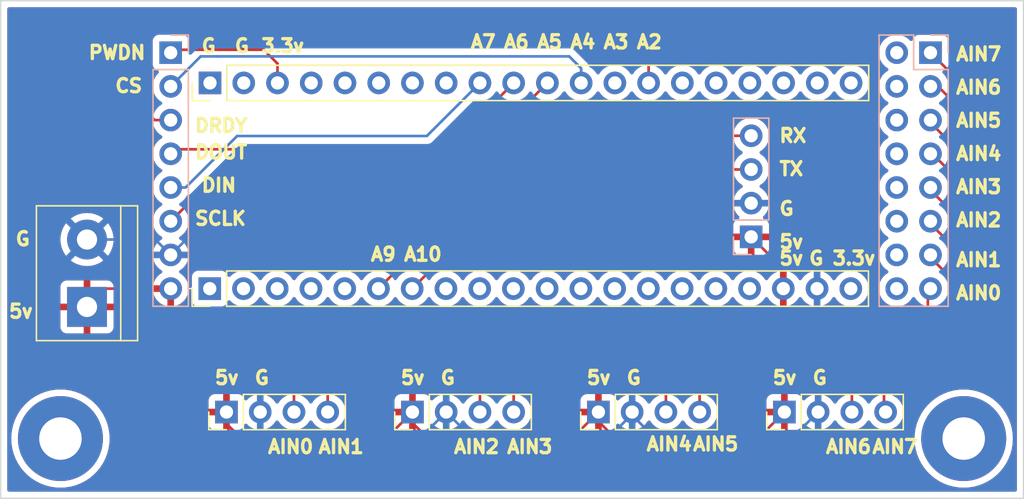
<source format=kicad_pcb>
(kicad_pcb (version 20240108) (generator "pcbnew") (generator_version "8.0")
  (layers (0 "F.Cu" signal) (31 "B.Cu" signal) (34 "B.Paste" user) (35 "F.Paste" user) (36 "B.SilkS" user "B.Silkscreen") (37 "F.SilkS" user "F.Silkscreen") (38 "B.Mask" user) (39 "F.Mask" user) (44 "Edge.Cuts" user))
  (net 0 "")
  (net 1 "GND")
  (net 2 "5v")
  (net 3 "DYMH_0_0")
  (net 4 "DYMH_1_0")
  (net 5 "DYMH_2_0")
  (net 6 "DYMH_3_0")
  (net 7 "DYMH_0_1")
  (net 8 "DYMH_1_1")
  (net 9 "DYMH_2_1")
  (net 10 "DYMH_3_1")
  (footprint "MountingHole:MountingHole_3.2mm_M3_Pad" (layer "F.Cu") (at 74.5 116)
    (property "Reference" "REF**" (hide yes))
    (property "Value" "MountingHole_3.2mm_M3_Pad" (hide yes))
    (pad "1" thru_hole circle (at 0 0) (size 6.4 6.4) (drill 3.2) (layers "*.Cu" "*.Mask"))
  )
  (footprint "Connector_PinHeader_2.54mm:PinHeader_1x20_P2.54mm_Vertical" (layer "F.Cu") (at 85.76 89.2 90)
    (property "Reference" "REF**" (hide yes))
    (property "Value" "PinHeader_1x20_P2.54mm_Vertical" (hide yes))
    (fp_line (start -1.33 -1.33) (end 0 -1.33) (stroke (width 0.12)) (layer "F.SilkS"))
    (fp_line (start -1.33 0) (end -1.33 -1.33) (stroke (width 0.12)) (layer "F.SilkS"))
    (fp_line (start 1.33 1.27) (end 1.33 49.59) (stroke (width 0.12)) (layer "F.SilkS"))
    (fp_line (start -1.33 1.27) (end 1.33 1.27) (stroke (width 0.12)) (layer "F.SilkS"))
    (fp_line (start -1.33 1.27) (end -1.33 49.59) (stroke (width 0.12)) (layer "F.SilkS"))
    (fp_line (start -1.33 49.59) (end 1.33 49.59) (stroke (width 0.12)) (layer "F.SilkS"))
    (pad "1" thru_hole rect (at 0 0 90) (size 1.7 1.7) (drill 1) (layers "*.Cu" "*.Mask"))
    (pad "2" thru_hole oval (at 0 2.54 90) (size 1.7 1.7) (drill 1) (layers "*.Cu" "*.Mask"))
    (pad "3" thru_hole oval (at 0 5.08 90) (size 1.7 1.7) (drill 1) (layers "*.Cu" "*.Mask"))
    (pad "4" thru_hole oval (at 0 7.62 90) (size 1.7 1.7) (drill 1) (layers "*.Cu" "*.Mask"))
    (pad "5" thru_hole oval (at 0 10.16 90) (size 1.7 1.7) (drill 1) (layers "*.Cu" "*.Mask"))
    (pad "6" thru_hole oval (at 0 12.7 90) (size 1.7 1.7) (drill 1) (layers "*.Cu" "*.Mask"))
    (pad "7" thru_hole oval (at 0 15.24 90) (size 1.7 1.7) (drill 1) (layers "*.Cu" "*.Mask"))
    (pad "8" thru_hole oval (at 0 17.78 90) (size 1.7 1.7) (drill 1) (layers "*.Cu" "*.Mask"))
    (pad "9" thru_hole oval (at 0 20.32 90) (size 1.7 1.7) (drill 1) (layers "*.Cu" "*.Mask"))
    (pad "10" thru_hole oval (at 0 22.86 90) (size 1.7 1.7) (drill 1) (layers "*.Cu" "*.Mask"))
    (pad "11" thru_hole oval (at 0 25.4 90) (size 1.7 1.7) (drill 1) (layers "*.Cu" "*.Mask"))
    (pad "12" thru_hole oval (at 0 27.94 90) (size 1.7 1.7) (drill 1) (layers "*.Cu" "*.Mask"))
    (pad "13" thru_hole oval (at 0 30.48 90) (size 1.7 1.7) (drill 1) (layers "*.Cu" "*.Mask"))
    (pad "14" thru_hole oval (at 0 33.02 90) (size 1.7 1.7) (drill 1) (layers "*.Cu" "*.Mask"))
    (pad "15" thru_hole oval (at 0 35.56 90) (size 1.7 1.7) (drill 1) (layers "*.Cu" "*.Mask"))
    (pad "16" thru_hole oval (at 0 38.1 90) (size 1.7 1.7) (drill 1) (layers "*.Cu" "*.Mask"))
    (pad "17" thru_hole oval (at 0 40.64 90) (size 1.7 1.7) (drill 1) (layers "*.Cu" "*.Mask"))
    (pad "18" thru_hole oval (at 0 43.18 90) (size 1.7 1.7) (drill 1) (layers "*.Cu" "*.Mask"))
    (pad "19" thru_hole oval (at 0 45.72 90) (size 1.7 1.7) (drill 1) (layers "*.Cu" "*.Mask"))
    (pad "20" thru_hole oval (at 0 48.26 90) (size 1.7 1.7) (drill 1) (layers "*.Cu" "*.Mask"))
  )
  (footprint "MountingHole:MountingHole_3.2mm_M3_Pad" (layer "F.Cu") (at 142.5 116)
    (property "Reference" "REF**" (hide yes))
    (property "Value" "MountingHole_3.2mm_M3_Pad" (hide yes))
    (pad "1" thru_hole circle (at 0 0) (size 6.4 6.4) (drill 3.2) (layers "*.Cu" "*.Mask"))
  )
  (footprint "Connector_PinHeader_2.54mm:PinHeader_1x20_P2.54mm_Vertical" (layer "F.Cu") (at 85.74 104.7 90)
    (property "Reference" "REF**" (hide yes))
    (property "Value" "PinHeader_1x20_P2.54mm_Vertical" (hide yes))
    (fp_line (start -1.33 -1.33) (end 0 -1.33) (stroke (width 0.12)) (layer "F.SilkS"))
    (fp_line (start -1.33 0) (end -1.33 -1.33) (stroke (width 0.12)) (layer "F.SilkS"))
    (fp_line (start 1.33 1.27) (end 1.33 49.59) (stroke (width 0.12)) (layer "F.SilkS"))
    (fp_line (start -1.33 1.27) (end 1.33 1.27) (stroke (width 0.12)) (layer "F.SilkS"))
    (fp_line (start -1.33 1.27) (end -1.33 49.59) (stroke (width 0.12)) (layer "F.SilkS"))
    (fp_line (start -1.33 49.59) (end 1.33 49.59) (stroke (width 0.12)) (layer "F.SilkS"))
    (pad "1" thru_hole rect (at 0 0 90) (size 1.7 1.7) (drill 1) (layers "*.Cu" "*.Mask"))
    (pad "2" thru_hole oval (at 0 2.54 90) (size 1.7 1.7) (drill 1) (layers "*.Cu" "*.Mask"))
    (pad "3" thru_hole oval (at 0 5.08 90) (size 1.7 1.7) (drill 1) (layers "*.Cu" "*.Mask"))
    (pad "4" thru_hole oval (at 0 7.62 90) (size 1.7 1.7) (drill 1) (layers "*.Cu" "*.Mask"))
    (pad "5" thru_hole oval (at 0 10.16 90) (size 1.7 1.7) (drill 1) (layers "*.Cu" "*.Mask"))
    (pad "6" thru_hole oval (at 0 12.7 90) (size 1.7 1.7) (drill 1) (layers "*.Cu" "*.Mask"))
    (pad "7" thru_hole oval (at 0 15.24 90) (size 1.7 1.7) (drill 1) (layers "*.Cu" "*.Mask"))
    (pad "8" thru_hole oval (at 0 17.78 90) (size 1.7 1.7) (drill 1) (layers "*.Cu" "*.Mask"))
    (pad "9" thru_hole oval (at 0 20.32 90) (size 1.7 1.7) (drill 1) (layers "*.Cu" "*.Mask"))
    (pad "10" thru_hole oval (at 0 22.86 90) (size 1.7 1.7) (drill 1) (layers "*.Cu" "*.Mask"))
    (pad "11" thru_hole oval (at 0 25.4 90) (size 1.7 1.7) (drill 1) (layers "*.Cu" "*.Mask"))
    (pad "12" thru_hole oval (at 0 27.94 90) (size 1.7 1.7) (drill 1) (layers "*.Cu" "*.Mask"))
    (pad "13" thru_hole oval (at 0 30.48 90) (size 1.7 1.7) (drill 1) (layers "*.Cu" "*.Mask"))
    (pad "14" thru_hole oval (at 0 33.02 90) (size 1.7 1.7) (drill 1) (layers "*.Cu" "*.Mask"))
    (pad "15" thru_hole oval (at 0 35.56 90) (size 1.7 1.7) (drill 1) (layers "*.Cu" "*.Mask"))
    (pad "16" thru_hole oval (at 0 38.1 90) (size 1.7 1.7) (drill 1) (layers "*.Cu" "*.Mask"))
    (pad "17" thru_hole oval (at 0 40.64 90) (size 1.7 1.7) (drill 1) (layers "*.Cu" "*.Mask"))
    (pad "18" thru_hole oval (at 0 43.18 90) (size 1.7 1.7) (drill 1) (layers "*.Cu" "*.Mask") (net 2 "5v"))
    (pad "19" thru_hole oval (at 0 45.72 90) (size 1.7 1.7) (drill 1) (layers "*.Cu" "*.Mask") (net 1 "GND"))
    (pad "20" thru_hole oval (at 0 48.26 90) (size 1.7 1.7) (drill 1) (layers "*.Cu" "*.Mask"))
  )
  (footprint "Connector_PinHeader_2.54mm:PinHeader_1x04_P2.54mm_Vertical" (layer "F.Cu") (at 87 114 90)
    (property "Reference" "REF**" (hide yes))
    (property "Value" "PinHeader_1x04_P2.54mm_Vertical" (hide yes))
    (fp_line (start -1.33 -1.33) (end 0 -1.33) (stroke (width 0.12)) (layer "F.SilkS"))
    (fp_line (start -1.33 0) (end -1.33 -1.33) (stroke (width 0.12)) (layer "F.SilkS"))
    (fp_line (start 1.33 1.27) (end 1.33 8.95) (stroke (width 0.12)) (layer "F.SilkS"))
    (fp_line (start -1.33 1.27) (end 1.33 1.27) (stroke (width 0.12)) (layer "F.SilkS"))
    (fp_line (start -1.33 1.27) (end -1.33 8.95) (stroke (width 0.12)) (layer "F.SilkS"))
    (fp_line (start -1.33 8.95) (end 1.33 8.95) (stroke (width 0.12)) (layer "F.SilkS"))
    (pad "1" thru_hole rect (at 0 0 90) (size 1.7 1.7) (drill 1) (layers "*.Cu" "*.Mask") (net 2 "5v"))
    (pad "2" thru_hole oval (at 0 2.54 90) (size 1.7 1.7) (drill 1) (layers "*.Cu" "*.Mask") (net 1 "GND"))
    (pad "3" thru_hole oval (at 0 5.08 90) (size 1.7 1.7) (drill 1) (layers "*.Cu" "*.Mask") (net 3 "DYMH_0_0"))
    (pad "4" thru_hole oval (at 0 7.62 90) (size 1.7 1.7) (drill 1) (layers "*.Cu" "*.Mask") (net 7 "DYMH_0_1"))
  )
  (footprint "TerminalBlock:TerminalBlock_bornier-2_P5.08mm" (layer "F.Cu") (at 76.5 106.08 90)
    (property "Reference" "REF**" (hide yes))
    (property "Value" "TerminalBlock_bornier-2_P5.08mm" (hide yes))
    (fp_line (start 7.62 -3.81) (end -2.54 -3.81) (stroke (width 0.12)) (layer "F.SilkS"))
    (fp_line (start -2.54 -3.81) (end -2.54 3.81) (stroke (width 0.12)) (layer "F.SilkS"))
    (fp_line (start 7.62 2.54) (end -2.54 2.54) (stroke (width 0.12)) (layer "F.SilkS"))
    (fp_line (start 7.62 3.81) (end 7.62 -3.81) (stroke (width 0.12)) (layer "F.SilkS"))
    (fp_line (start -2.54 3.81) (end 7.62 3.81) (stroke (width 0.12)) (layer "F.SilkS"))
    (pad "1" thru_hole rect (at 0 0 90) (size 3 3) (drill 1.52) (layers "*.Cu" "*.Mask") (net 2 "5v"))
    (pad "2" thru_hole circle (at 5.08 0 90) (size 3 3) (drill 1.52) (layers "*.Cu" "*.Mask") (net 1 "GND"))
  )
  (footprint "Connector_PinHeader_2.54mm:PinHeader_1x04_P2.54mm_Vertical" (layer "F.Cu") (at 101 114 90)
    (property "Reference" "REF**" (hide yes))
    (property "Value" "PinHeader_1x04_P2.54mm_Vertical" (hide yes))
    (fp_line (start -1.33 -1.33) (end 0 -1.33) (stroke (width 0.12)) (layer "F.SilkS"))
    (fp_line (start -1.33 0) (end -1.33 -1.33) (stroke (width 0.12)) (layer "F.SilkS"))
    (fp_line (start 1.33 1.27) (end 1.33 8.95) (stroke (width 0.12)) (layer "F.SilkS"))
    (fp_line (start -1.33 1.27) (end 1.33 1.27) (stroke (width 0.12)) (layer "F.SilkS"))
    (fp_line (start -1.33 1.27) (end -1.33 8.95) (stroke (width 0.12)) (layer "F.SilkS"))
    (fp_line (start -1.33 8.95) (end 1.33 8.95) (stroke (width 0.12)) (layer "F.SilkS"))
    (pad "1" thru_hole rect (at 0 0 90) (size 1.7 1.7) (drill 1) (layers "*.Cu" "*.Mask") (net 2 "5v"))
    (pad "2" thru_hole oval (at 0 2.54 90) (size 1.7 1.7) (drill 1) (layers "*.Cu" "*.Mask") (net 1 "GND"))
    (pad "3" thru_hole oval (at 0 5.08 90) (size 1.7 1.7) (drill 1) (layers "*.Cu" "*.Mask") (net 4 "DYMH_1_0"))
    (pad "4" thru_hole oval (at 0 7.62 90) (size 1.7 1.7) (drill 1) (layers "*.Cu" "*.Mask") (net 8 "DYMH_1_1"))
  )
  (footprint "Connector_PinHeader_2.54mm:PinHeader_1x04_P2.54mm_Vertical" (layer "F.Cu") (at 115 114 90)
    (property "Reference" "REF**" (hide yes))
    (property "Value" "PinHeader_1x04_P2.54mm_Vertical" (hide yes))
    (fp_line (start -1.33 -1.33) (end 0 -1.33) (stroke (width 0.12)) (layer "F.SilkS"))
    (fp_line (start -1.33 0) (end -1.33 -1.33) (stroke (width 0.12)) (layer "F.SilkS"))
    (fp_line (start 1.33 1.27) (end 1.33 8.95) (stroke (width 0.12)) (layer "F.SilkS"))
    (fp_line (start -1.33 1.27) (end 1.33 1.27) (stroke (width 0.12)) (layer "F.SilkS"))
    (fp_line (start -1.33 1.27) (end -1.33 8.95) (stroke (width 0.12)) (layer "F.SilkS"))
    (fp_line (start -1.33 8.95) (end 1.33 8.95) (stroke (width 0.12)) (layer "F.SilkS"))
    (pad "1" thru_hole rect (at 0 0 90) (size 1.7 1.7) (drill 1) (layers "*.Cu" "*.Mask") (net 2 "5v"))
    (pad "2" thru_hole oval (at 0 2.54 90) (size 1.7 1.7) (drill 1) (layers "*.Cu" "*.Mask") (net 1 "GND"))
    (pad "3" thru_hole oval (at 0 5.08 90) (size 1.7 1.7) (drill 1) (layers "*.Cu" "*.Mask") (net 5 "DYMH_2_0"))
    (pad "4" thru_hole oval (at 0 7.62 90) (size 1.7 1.7) (drill 1) (layers "*.Cu" "*.Mask") (net 9 "DYMH_2_1"))
  )
  (footprint "Connector_PinHeader_2.54mm:PinHeader_1x04_P2.54mm_Vertical" (layer "F.Cu") (at 129 114 90)
    (property "Reference" "REF**" (hide yes))
    (property "Value" "PinHeader_1x04_P2.54mm_Vertical" (hide yes))
    (fp_line (start -1.33 -1.33) (end 0 -1.33) (stroke (width 0.12)) (layer "F.SilkS"))
    (fp_line (start -1.33 0) (end -1.33 -1.33) (stroke (width 0.12)) (layer "F.SilkS"))
    (fp_line (start 1.33 1.27) (end 1.33 8.95) (stroke (width 0.12)) (layer "F.SilkS"))
    (fp_line (start -1.33 1.27) (end 1.33 1.27) (stroke (width 0.12)) (layer "F.SilkS"))
    (fp_line (start -1.33 1.27) (end -1.33 8.95) (stroke (width 0.12)) (layer "F.SilkS"))
    (fp_line (start -1.33 8.95) (end 1.33 8.95) (stroke (width 0.12)) (layer "F.SilkS"))
    (pad "1" thru_hole rect (at 0 0 90) (size 1.7 1.7) (drill 1) (layers "*.Cu" "*.Mask") (net 2 "5v"))
    (pad "2" thru_hole oval (at 0 2.54 90) (size 1.7 1.7) (drill 1) (layers "*.Cu" "*.Mask") (net 1 "GND"))
    (pad "3" thru_hole oval (at 0 5.08 90) (size 1.7 1.7) (drill 1) (layers "*.Cu" "*.Mask") (net 6 "DYMH_3_0"))
    (pad "4" thru_hole oval (at 0 7.62 90) (size 1.7 1.7) (drill 1) (layers "*.Cu" "*.Mask") (net 10 "DYMH_3_1"))
  )
  (footprint "Connector_PinHeader_2.54mm:PinHeader_1x08_P2.54mm_Vertical" (layer "B.Cu") (at 82.8 86.92 180)
    (property "Reference" "REF**" (hide yes))
    (property "Value" "PinHeader_1x08_P2.54mm_Vertical" (hide yes))
    (fp_line (start 1.33 -1.27) (end -1.33 -1.27) (stroke (width 0.12)) (layer "B.SilkS"))
    (fp_line (start 1.33 -19.11) (end 1.33 -1.27) (stroke (width 0.12)) (layer "B.SilkS"))
    (fp_line (start 1.33 -19.11) (end -1.33 -19.11) (stroke (width 0.12)) (layer "B.SilkS"))
    (fp_line (start 0 1.33) (end -1.33 1.33) (stroke (width 0.12)) (layer "B.SilkS"))
    (fp_line (start -1.33 1.33) (end -1.33 0) (stroke (width 0.12)) (layer "B.SilkS"))
    (fp_line (start -1.33 -19.11) (end -1.33 -1.27) (stroke (width 0.12)) (layer "B.SilkS"))
    (pad "1" thru_hole rect (at 0 0 180) (size 1.7 1.7) (drill 1) (layers "*.Cu" "*.Mask"))
    (pad "2" thru_hole oval (at 0 -2.54 180) (size 1.7 1.7) (drill 1) (layers "*.Cu" "*.Mask"))
    (pad "3" thru_hole oval (at 0 -5.08 180) (size 1.7 1.7) (drill 1) (layers "*.Cu" "*.Mask"))
    (pad "4" thru_hole oval (at 0 -7.62 180) (size 1.7 1.7) (drill 1) (layers "*.Cu" "*.Mask"))
    (pad "5" thru_hole oval (at 0 -10.16 180) (size 1.7 1.7) (drill 1) (layers "*.Cu" "*.Mask"))
    (pad "6" thru_hole oval (at 0 -12.7 180) (size 1.7 1.7) (drill 1) (layers "*.Cu" "*.Mask"))
    (pad "7" thru_hole oval (at 0 -15.24 180) (size 1.7 1.7) (drill 1) (layers "*.Cu" "*.Mask") (net 1 "GND"))
    (pad "8" thru_hole oval (at 0 -17.78 180) (size 1.7 1.7) (drill 1) (layers "*.Cu" "*.Mask") (net 2 "5v"))
  )
  (footprint "Connector_PinHeader_2.54mm:PinHeader_2x08_P2.54mm_Vertical" (layer "B.Cu") (at 140 86.92 180)
    (property "Reference" "REF**" (hide yes))
    (property "Value" "PinHeader_2x08_P2.54mm_Vertical" (hide yes))
    (fp_line (start 3.87 1.33) (end 1.27 1.33) (stroke (width 0.12)) (layer "B.SilkS"))
    (fp_line (start 3.87 -19.11) (end 3.87 1.33) (stroke (width 0.12)) (layer "B.SilkS"))
    (fp_line (start 3.87 -19.11) (end -1.33 -19.11) (stroke (width 0.12)) (layer "B.SilkS"))
    (fp_line (start 1.27 1.33) (end 1.27 -1.27) (stroke (width 0.12)) (layer "B.SilkS"))
    (fp_line (start 1.27 -1.27) (end -1.33 -1.27) (stroke (width 0.12)) (layer "B.SilkS"))
    (fp_line (start 0 1.33) (end -1.33 1.33) (stroke (width 0.12)) (layer "B.SilkS"))
    (fp_line (start -1.33 1.33) (end -1.33 0) (stroke (width 0.12)) (layer "B.SilkS"))
    (fp_line (start -1.33 -19.11) (end -1.33 -1.27) (stroke (width 0.12)) (layer "B.SilkS"))
    (pad "1" thru_hole rect (at 0 0 180) (size 1.7 1.7) (drill 1) (layers "*.Cu" "*.Mask") (net 10 "DYMH_3_1"))
    (pad "2" thru_hole oval (at 2.54 0 180) (size 1.7 1.7) (drill 1) (layers "*.Cu" "*.Mask"))
    (pad "3" thru_hole oval (at 0 -2.54 180) (size 1.7 1.7) (drill 1) (layers "*.Cu" "*.Mask") (net 6 "DYMH_3_0"))
    (pad "4" thru_hole oval (at 2.54 -2.54 180) (size 1.7 1.7) (drill 1) (layers "*.Cu" "*.Mask"))
    (pad "5" thru_hole oval (at 0 -5.08 180) (size 1.7 1.7) (drill 1) (layers "*.Cu" "*.Mask") (net 9 "DYMH_2_1"))
    (pad "6" thru_hole oval (at 2.54 -5.08 180) (size 1.7 1.7) (drill 1) (layers "*.Cu" "*.Mask"))
    (pad "7" thru_hole oval (at 0 -7.62 180) (size 1.7 1.7) (drill 1) (layers "*.Cu" "*.Mask") (net 5 "DYMH_2_0"))
    (pad "8" thru_hole oval (at 2.54 -7.62 180) (size 1.7 1.7) (drill 1) (layers "*.Cu" "*.Mask"))
    (pad "9" thru_hole oval (at 0 -10.16 180) (size 1.7 1.7) (drill 1) (layers "*.Cu" "*.Mask") (net 8 "DYMH_1_1"))
    (pad "10" thru_hole oval (at 2.54 -10.16 180) (size 1.7 1.7) (drill 1) (layers "*.Cu" "*.Mask"))
    (pad "11" thru_hole oval (at 0 -12.7 180) (size 1.7 1.7) (drill 1) (layers "*.Cu" "*.Mask") (net 4 "DYMH_1_0"))
    (pad "12" thru_hole oval (at 2.54 -12.7 180) (size 1.7 1.7) (drill 1) (layers "*.Cu" "*.Mask"))
    (pad "13" thru_hole oval (at 0 -15.24 180) (size 1.7 1.7) (drill 1) (layers "*.Cu" "*.Mask") (net 7 "DYMH_0_1"))
    (pad "14" thru_hole oval (at 2.54 -15.24 180) (size 1.7 1.7) (drill 1) (layers "*.Cu" "*.Mask"))
    (pad "15" thru_hole oval (at 0 -17.78 180) (size 1.7 1.7) (drill 1) (layers "*.Cu" "*.Mask") (net 3 "DYMH_0_0"))
    (pad "16" thru_hole oval (at 2.54 -17.78 180) (size 1.7 1.7) (drill 1) (layers "*.Cu" "*.Mask"))
  )
  (footprint "Connector_PinHeader_2.54mm:PinHeader_1x04_P2.54mm_Vertical" (layer "B.Cu") (at 126.5 100.8)
    (property "Reference" "HC-05" (hide yes))
    (property "Value" "PinHeader_1x04_P2.54mm_Vertical" (hide yes))
    (fp_line (start -1.33 -8.95) (end -1.33 -1.27) (stroke (width 0.12)) (layer "B.SilkS"))
    (fp_line (start -1.33 1.33) (end -1.33 0) (stroke (width 0.12)) (layer "B.SilkS"))
    (fp_line (start 0 1.33) (end -1.33 1.33) (stroke (width 0.12)) (layer "B.SilkS"))
    (fp_line (start 1.33 -8.95) (end -1.33 -8.95) (stroke (width 0.12)) (layer "B.SilkS"))
    (fp_line (start 1.33 -8.95) (end 1.33 -1.27) (stroke (width 0.12)) (layer "B.SilkS"))
    (fp_line (start 1.33 -1.27) (end -1.33 -1.27) (stroke (width 0.12)) (layer "B.SilkS"))
    (pad "1" thru_hole rect (at 0 0) (size 1.7 1.7) (drill 1) (layers "*.Cu" "*.Mask") (net 2 "5v"))
    (pad "2" thru_hole oval (at 0 -2.54) (size 1.7 1.7) (drill 1) (layers "*.Cu" "*.Mask") (net 1 "GND"))
    (pad "3" thru_hole oval (at 0 -5.08) (size 1.7 1.7) (drill 1) (layers "*.Cu" "*.Mask"))
    (pad "4" thru_hole oval (at 0 -7.62) (size 1.7 1.7) (drill 1) (layers "*.Cu" "*.Mask"))
  )
  (gr_rect (start 70 83) (end 147 120.5) (stroke (width 0.1)) (fill none) (layer "Edge.Cuts"))
  (gr_text "A5" (at 110.26 86.7 0) (layer "F.SilkS") (effects (font (size 1 1) (thickness 0.25) (bold yes)) (justify left bottom)))
  (gr_text "G" (at 103 112 0) (layer "F.SilkS") (effects (font (size 1 1) (thickness 0.25) (bold yes)) (justify left bottom)))
  (gr_text "AIN4" (at 141.8 95.115 0) (layer "F.SilkS") (effects (font (size 1 1) (thickness 0.25) (bold yes)) (justify left bottom)))
  (gr_text "PWDN" (at 76.5 87.5 0) (layer "F.SilkS") (effects (font (size 1 1) (thickness 0.25) (bold yes)) (justify left bottom)))
  (gr_text "AIN2" (at 104 117.2 0) (layer "F.SilkS") (effects (font (size 1 1) (thickness 0.25) (bold yes)) (justify left bottom)))
  (gr_text "A4" (at 112.76 86.7 0) (layer "F.SilkS") (effects (font (size 1 1) (thickness 0.25) (bold yes)) (justify left bottom)))
  (gr_text "5v" (at 114 112 0) (layer "F.SilkS") (effects (font (size 1 1) (thickness 0.25) (bold yes)) (justify left bottom)))
  (gr_text "G" (at 89 112 0) (layer "F.SilkS") (effects (font (size 1 1) (thickness 0.25) (bold yes)) (justify left bottom)))
  (gr_text "G" (at 128.5 99.26 0) (layer "F.SilkS") (effects (font (size 1 1) (thickness 0.25) (bold yes)) (justify left bottom)))
  (gr_text "AIN1" (at 141.8 103.115 0) (layer "F.SilkS") (effects (font (size 1 1) (thickness 0.25) (bold yes)) (justify left bottom)))
  (gr_text "5v" (at 128 112 0) (layer "F.SilkS") (effects (font (size 1 1) (thickness 0.25) (bold yes)) (justify left bottom)))
  (gr_text "5v" (at 128.5 101.76 0) (layer "F.SilkS") (effects (font (size 1 1) (thickness 0.25) (bold yes)) (justify left bottom)))
  (gr_text "G" (at 130.74 103 0) (layer "F.SilkS") (effects (font (size 1 1) (thickness 0.25) (bold yes)) (justify left bottom)))
  (gr_text "3.3v" (at 132.5 103 0) (layer "F.SilkS") (effects (font (size 1 1) (thickness 0.25) (bold yes)) (justify left bottom)))
  (gr_text "AIN7" (at 135.5 117.2 0) (layer "F.SilkS") (effects (font (size 1 1) (thickness 0.25) (bold yes)) (justify left bottom)))
  (gr_text "AIN6" (at 132 117.2 0) (layer "F.SilkS") (effects (font (size 1 1) (thickness 0.25) (bold yes)) (justify left bottom)))
  (gr_text "AIN5" (at 141.8 92.615 0) (layer "F.SilkS") (effects (font (size 1 1) (thickness 0.25) (bold yes)) (justify left bottom)))
  (gr_text "G" (at 131 112 0) (layer "F.SilkS") (effects (font (size 1 1) (thickness 0.25) (bold yes)) (justify left bottom)))
  (gr_text "CS" (at 78.5 90 0) (layer "F.SilkS") (effects (font (size 1 1) (thickness 0.25) (bold yes)) (justify left bottom)))
  (gr_text "AIN2" (at 141.8 100.115 0) (layer "F.SilkS") (effects (font (size 1 1) (thickness 0.25) (bold yes)) (justify left bottom)))
  (gr_text "5v" (at 70.5 107 0) (layer "F.SilkS") (effects (font (size 1 1) (thickness 0.25) (bold yes)) (justify left bottom)))
  (gr_text "RX" (at 128.5 93.76 0) (layer "F.SilkS") (effects (font (size 1 1) (thickness 0.25) (bold yes)) (justify left bottom)))
  (gr_text "5v" (at 100 112 0) (layer "F.SilkS") (effects (font (size 1 1) (thickness 0.25) (bold yes)) (justify left bottom)))
  (gr_text "TX" (at 128.5 96.26 0) (layer "F.SilkS") (effects (font (size 1 1) (thickness 0.25) (bold yes)) (justify left bottom)))
  (gr_text "AIN5" (at 122 117 0) (layer "F.SilkS") (effects (font (size 1 1) (thickness 0.25) (bold yes)) (justify left bottom)))
  (gr_text "AIN3" (at 141.8 97.615 0) (layer "F.SilkS") (effects (font (size 1 1) (thickness 0.25) (bold yes)) (justify left bottom)))
  (gr_text "5v" (at 128.5 103 0) (layer "F.SilkS") (effects (font (size 1 1) (thickness 0.25) (bold yes)) (justify left bottom)))
  (gr_text "A2" (at 117.76 86.7 0) (layer "F.SilkS") (effects (font (size 1 1) (thickness 0.25) (bold yes)) (justify left bottom)))
  (gr_text "G" (at 85 87 0) (layer "F.SilkS") (effects (font (size 1 1) (thickness 0.25) (bold yes)) (justify left bottom)))
  (gr_text "G" (at 87.5 87 0) (layer "F.SilkS") (effects (font (size 1 1) (thickness 0.25) (bold yes)) (justify left bottom)))
  (gr_text "A9" (at 97.74 102.7 0) (layer "F.SilkS") (effects (font (size 1 1) (thickness 0.25) (bold yes)) (justify left bottom)))
  (gr_text "DRDY" (at 84.5 93 0) (layer "F.SilkS") (effects (font (size 1 1) (thickness 0.25) (bold yes)) (justify left bottom)))
  (gr_text "SCLK" (at 84.5 100 0) (layer "F.SilkS") (effects (font (size 1 1) (thickness 0.25) (bold yes)) (justify left bottom)))
  (gr_text "AIN1" (at 93.8 117.2 0) (layer "F.SilkS") (effects (font (size 1 1) (thickness 0.25) (bold yes)) (justify left bottom)))
  (gr_text "3.3v" (at 89.5 87 0) (layer "F.SilkS") (effects (font (size 1 1) (thickness 0.25) (bold yes)) (justify left bottom)))
  (gr_text "G" (at 71 101.54 0) (layer "F.SilkS") (effects (font (size 1 1) (thickness 0.25) (bold yes)) (justify left bottom)))
  (gr_text "DOUT" (at 84.5 95 0) (layer "F.SilkS") (effects (font (size 1 1) (thickness 0.25) (bold yes)) (justify left bottom)))
  (gr_text "G" (at 117 112 0) (layer "F.SilkS") (effects (font (size 1 1) (thickness 0.25) (bold yes)) (justify left bottom)))
  (gr_text "AIN0" (at 90 117.2 0) (layer "F.SilkS") (effects (font (size 1 1) (thickness 0.25) (bold yes)) (justify left bottom)))
  (gr_text "AIN6" (at 141.8 90.115 0) (layer "F.SilkS") (effects (font (size 1 1) (thickness 0.25) (bold yes)) (justify left bottom)))
  (gr_text "AIN4" (at 118.5 117 0) (layer "F.SilkS") (effects (font (size 1 1) (thickness 0.25) (bold yes)) (justify left bottom)))
  (gr_text "5v" (at 86 112 0) (layer "F.SilkS") (effects (font (size 1 1) (thickness 0.25) (bold yes)) (justify left bottom)))
  (gr_text "A3" (at 115.26 86.7 0) (layer "F.SilkS") (effects (font (size 1 1) (thickness 0.25) (bold yes)) (justify left bottom)))
  (gr_text "A6" (at 107.76 86.7 0) (layer "F.SilkS") (effects (font (size 1 1) (thickness 0.25) (bold yes)) (justify left bottom)))
  (gr_text "A10" (at 100.24 102.7 0) (layer "F.SilkS") (effects (font (size 1 1) (thickness 0.25) (bold yes)) (justify left bottom)))
  (gr_text "AIN7" (at 141.8 87.615 0) (layer "F.SilkS") (effects (font (size 1 1) (thickness 0.25) (bold yes)) (justify left bottom)))
  (gr_text "AIN0" (at 141.8 105.615 0) (layer "F.SilkS") (effects (font (size 1 1) (thickness 0.25) (bold yes)) (justify left bottom)))
  (gr_text "AIN3" (at 108 117.2 0) (layer "F.SilkS") (effects (font (size 1 1) (thickness 0.25) (bold yes)) (justify left bottom)))
  (gr_text "DIN" (at 85 97.5 0) (layer "F.SilkS") (effects (font (size 1 1) (thickness 0.25) (bold yes)) (justify left bottom)))
  (gr_text "A7" (at 105.26 86.7 0) (layer "F.SilkS") (effects (font (size 1 1) (thickness 0.25) (bold yes)) (justify left bottom)))
  (segment (start 80.5 84.5) (end 80.3 84.7) (width 0.2) (layer "F.Cu") (net 0))
  (segment (start 103.62 94.2) (end 108.62 89.2) (width 0.2) (layer "F.Cu") (net 0))
  (segment (start 111.16 89.2) (end 105.16 95.2) (width 0.2) (layer "F.Cu") (net 0))
  (segment (start 90.8 87.7) (end 90.84 87.74) (width 0.2) (layer "F.Cu") (net 0))
  (segment (start 126.5 93.18) (end 109.96 93.18) (width 0.2) (layer "F.Cu") (net 0))
  (segment (start 115.6 84.5) (end 80.5 84.5) (width 0.2) (layer "F.Cu") (net 0))
  (segment (start 83.14 94.2) (end 88.8 94.2) (width 0.2) (layer "F.Cu") (net 0))
  (segment (start 85.8 89.24) (end 85.76 89.2) (width 0.2) (layer "F.Cu") (net 0))
  (segment (start 118.78 89.2) (end 118.78 87.68) (width 0.2) (layer "F.Cu") (net 0))
  (segment (start 105.16 95.2) (end 104.3 95.2) (width 0.2) (layer "F.Cu") (net 0))
  (segment (start 83.02 86.7) (end 89.8 86.7) (width 0.2) (layer "F.Cu") (net 0))
  (segment (start 89.8 86.7) (end 90.8 87.7) (width 0.2) (layer "F.Cu") (net 0))
  (segment (start 118.78 87.68) (end 115.6 84.5) (width 0.2) (layer "F.Cu") (net 0))
  (segment (start 82.8 86.92) (end 83.02 86.7) (width 0.2) (layer "F.Cu") (net 0))
  (segment (start 87.22 95.2) (end 82.8 99.62) (width 0.2) (layer "F.Cu") (net 0))
  (segment (start 88.8 94.2) (end 99.8 94.2) (width 0.2) (layer "F.Cu") (net 0))
  (segment (start 81.6 92) (end 82.8 92) (width 0.2) (layer "F.Cu") (net 0))
  (segment (start 80.3 84.7) (end 80.3 90.7) (width 0.2) (layer "F.Cu") (net 0))
  (segment (start 82.8 94.54) (end 83.14 94.2) (width 0.2) (layer "F.Cu") (net 0))
  (segment (start 104.3 95.2) (end 87.22 95.2) (width 0.2) (layer "F.Cu") (net 0))
  (segment (start 109.96 95.72) (end 100.98 104.7) (width 0.2) (layer "F.Cu") (net 0))
  (segment (start 99.8 94.2) (end 103.62 94.2) (width 0.2) (layer "F.Cu") (net 0))
  (segment (start 109.96 93.18) (end 98.44 104.7) (width 0.2) (layer "F.Cu") (net 0))
  (segment (start 126.5 95.72) (end 109.96 95.72) (width 0.2) (layer "F.Cu") (net 0))
  (segment (start 80.3 90.7) (end 81.6 92) (width 0.2) (layer "F.Cu") (net 0))
  (segment (start 90.84 87.74) (end 90.84 89.2) (width 0.2) (layer "F.Cu") (net 0))
  (segment (start 113.7 88.1) (end 113.7 89.2) (width 0.2) (layer "B.Cu") (net 0))
  (segment (start 83.92 97.08) (end 87.8 93.2) (width 0.2) (layer "B.Cu") (net 0))
  (segment (start 112.8 87.2) (end 113.7 88.1) (width 0.2) (layer "B.Cu") (net 0))
  (segment (start 87.8 93.2) (end 102.08 93.2) (width 0.2) (layer "B.Cu") (net 0))
  (segment (start 118.78 88.68) (end 118.78 89.2) (width 0.2) (layer "B.Cu") (net 0))
  (segment (start 85.06 87.2) (end 86.3 87.2) (width 0.2) (layer "B.Cu") (net 0))
  (segment (start 86.3 87.2) (end 112.8 87.2) (width 0.2) (layer "B.Cu") (net 0))
  (segment (start 102.08 93.2) (end 106.08 89.2) (width 0.2) (layer "B.Cu") (net 0))
  (segment (start 82.8 97.08) (end 83.92 97.08) (width 0.2) (layer "B.Cu") (net 0))
  (segment (start 82.8 89.46) (end 85.06 87.2) (width 0.2) (layer "B.Cu") (net 0))
  (segment (start 82.84 102.2) (end 82.8 102.16) (width 0.2) (layer "F.Cu") (net 1))
  (segment (start 81.64 101) (end 82.8 102.16) (width 0.2) (layer "B.Cu") (net 1))
  (segment (start 89.54 114) (end 89.54 115.42) (width 0.2) (layer "B.Cu") (net 1))
  (segment (start 86.7 98.26) (end 82.8 102.16) (width 0.2) (layer "B.Cu") (net 1))
  (segment (start 128.72 98.26) (end 131.46 101) (width 0.2) (layer "B.Cu") (net 1))
  (segment (start 117.54 114) (end 117.54 114.24) (width 0.2) (layer "B.Cu") (net 1))
  (segment (start 131.48 104.72) (end 131.48 113.94) (width 0.2) (layer "B.Cu") (net 1))
  (segment (start 76.5 101) (end 81.5 101) (width 0.2) (layer "B.Cu") (net 1))
  (segment (start 117.54 114.16) (end 115 116.7) (width 0.2) (layer "B.Cu") (net 1))
  (segment (start 117.54 114.24) (end 120 116.7) (width 0.2) (layer "B.Cu") (net 1))
  (segment (start 100.84 116.7) (end 103.54 114) (width 0.2) (layer "B.Cu") (net 1))
  (segment (start 81.5 101) (end 81.64 101) (width 0.2) (layer "B.Cu") (net 1))
  (segment (start 90.82 116.7) (end 100.84 116.7) (width 0.2) (layer "B.Cu") (net 1))
  (segment (start 131.46 101) (end 131.46 104.7) (width 0.2) (layer "B.Cu") (net 1))
  (segment (start 89.54 115.42) (end 90.82 116.7) (width 0.2) (layer "B.Cu") (net 1))
  (segment (start 126.5 98.26) (end 128.72 98.26) (width 0.2) (layer "B.Cu") (net 1))
  (segment (start 89.82 113.8) (end 89.92 113.7) (width 0.2) (layer "B.Cu") (net 1))
  (segment (start 131.54 114) (end 128.84 116.7) (width 0.2) (layer "B.Cu") (net 1))
  (segment (start 106.24 116.7) (end 103.54 114) (width 0.2) (layer "B.Cu") (net 1))
  (segment (start 117.54 114) (end 117.54 114.16) (width 0.2) (layer "B.Cu") (net 1))
  (segment (start 115 116.7) (end 106.24 116.7) (width 0.2) (layer "B.Cu") (net 1))
  (segment (start 82.84 102.2) (end 82.8 102.16) (width 0.2) (layer "B.Cu") (net 1))
  (segment (start 126.5 98.26) (end 86.7 98.26) (width 0.2) (layer "B.Cu") (net 1))
  (segment (start 128.84 116.7) (end 120 116.7) (width 0.2) (layer "B.Cu") (net 1))
  (segment (start 131.46 104.7) (end 131.48 104.72) (width 0.2) (layer "B.Cu") (net 1))
  (segment (start 131.48 113.94) (end 131.54 114) (width 0.2) (layer "B.Cu") (net 1))
  (segment (start 77.88 104.7) (end 80.34 104.7) (width 0.2) (layer "F.Cu") (net 2))
  (segment (start 128.92 106.08) (end 128.5 106.5) (width 0.2) (layer "F.Cu") (net 2))
  (segment (start 92 106.5) (end 87 111.5) (width 0.2) (layer "F.Cu") (net 2))
  (segment (start 115 114.7) (end 116.5 116.2) (width 0.2) (layer "F.Cu") (net 2))
  (segment (start 98.8 116.2) (end 101 114) (width 0.2) (layer "F.Cu") (net 2))
  (segment (start 88.32 116.2) (end 98.8 116.2) (width 0.2) (layer "F.Cu") (net 2))
  (segment (start 115 114) (end 112.8 116.2) (width 0.2) (layer "F.Cu") (net 2))
  (segment (start 128.5 106.5) (end 92 106.5) (width 0.2) (layer "F.Cu") (net 2))
  (segment (start 80.34 104.7) (end 82.8 104.7) (width 0.2) (layer "F.Cu") (net 2))
  (segment (start 112.8 116.2) (end 102.38 116.2) (width 0.2) (layer "F.Cu") (net 2))
  (segment (start 102.38 116.2) (end 101 114.82) (width 0.2) (layer "F.Cu") (net 2))
  (segment (start 87.38 113.7) (end 87.5 113.58) (width 0.2) (layer "F.Cu") (net 2))
  (segment (start 101 114.82) (end 101 114) (width 0.2) (layer "F.Cu") (net 2))
  (segment (start 129 104.62) (end 128.92 104.7) (width 0.2) (layer "F.Cu") (net 2))
  (segment (start 82.8 104.7) (end 82.8 107.3) (width 0.2) (layer "F.Cu") (net 2))
  (segment (start 115 114) (end 115 114.7) (width 0.2) (layer "F.Cu") (net 2))
  (segment (start 126.5 100.8) (end 128.92 103.22) (width 0.2) (layer "F.Cu") (net 2))
  (segment (start 128.92 104.7) (end 128.92 106.08) (width 0.2) (layer "F.Cu") (net 2))
  (segment (start 116.5 116.2) (end 126.8 116.2) (width 0.2) (layer "F.Cu") (net 2))
  (segment (start 82.8 104.7) (end 83 104.9) (width 0.2) (layer "F.Cu") (net 2))
  (segment (start 87 111.5) (end 87 114) (width 0.2) (layer "F.Cu") (net 2))
  (segment (start 76.5 106.08) (end 77.88 104.7) (width 0.2) (layer "F.Cu") (net 2))
  (segment (start 82.8 107.3) (end 87 111.5) (width 0.2) (layer "F.Cu") (net 2))
  (segment (start 87 114) (end 87 114.88) (width 0.2) (layer "F.Cu") (net 2))
  (segment (start 128.92 103.22) (end 128.92 104.7) (width 0.2) (layer "F.Cu") (net 2))
  (segment (start 87 114.88) (end 88.32 116.2) (width 0.2) (layer "F.Cu") (net 2))
  (segment (start 126.8 116.2) (end 129 114) (width 0.2) (layer "F.Cu") (net 2))
  (segment (start 86.8 113.7) (end 87.38 113.7) (width 0.2) (layer "B.Cu") (net 2))
  (segment (start 114.92 113.7) (end 114.92 114.6) (width 0.2) (layer "B.Cu") (net 2))
  (segment (start 92.08 111.42) (end 92.08 114) (width 0.2) (layer "F.Cu") (net 3))
  (segment (start 139.8 107.2) (end 139.5 107.5) (width 0.2) (layer "F.Cu") (net 3))
  (segment (start 139.5 107.5) (end 96 107.5) (width 0.2) (layer "F.Cu") (net 3))
  (segment (start 139.8 104.7) (end 139.8 107.2) (width 0.2) (layer "F.Cu") (net 3))
  (segment (start 96 107.5) (end 92.08 111.42) (width 0.2) (layer "F.Cu") (net 3))
  (segment (start 109 108.5) (end 106.08 111.42) (width 0.2) (layer "F.Cu") (net 4))
  (segment (start 139.8 99.62) (end 142.3 102.12) (width 0.2) (layer "F.Cu") (net 4))
  (segment (start 142.3 106.7) (end 140.5 108.5) (width 0.2) (layer "F.Cu") (net 4))
  (segment (start 142.3 102.12) (end 142.3 106.7) (width 0.2) (layer "F.Cu") (net 4))
  (segment (start 106.08 111.42) (end 106.08 114) (width 0.2) (layer "F.Cu") (net 4))
  (segment (start 140.5 108.5) (end 109 108.5) (width 0.2) (layer "F.Cu") (net 4))
  (segment (start 143.3 97.7) (end 143.3 107.7) (width 0.2) (layer "F.Cu") (net 5))
  (segment (start 140.14 94.54) (end 143.3 97.7) (width 0.2) (layer "F.Cu") (net 5))
  (segment (start 122 109.5) (end 120.08 111.42) (width 0.2) (layer "F.Cu") (net 5))
  (segment (start 120.08 111.42) (end 120.08 114) (width 0.2) (layer "F.Cu") (net 5))
  (segment (start 143.3 107.7) (end 141.5 109.5) (width 0.2) (layer "F.Cu") (net 5))
  (segment (start 139.8 94.54) (end 140.14 94.54) (width 0.2) (layer "F.Cu") (net 5))
  (segment (start 141.5 109.5) (end 122 109.5) (width 0.2) (layer "F.Cu") (net 5))
  (segment (start 140 89.46) (end 140.56 89.46) (width 0.2) (layer "F.Cu") (net 6))
  (segment (start 144.3 108.7) (end 142.5 110.5) (width 0.2) (layer "F.Cu") (net 6))
  (segment (start 142.5 110.5) (end 135 110.5) (width 0.2) (layer "F.Cu") (net 6))
  (segment (start 140.56 89.46) (end 144.3 93.2) (width 0.2) (layer "F.Cu") (net 6))
  (segment (start 134.08 111.42) (end 134.08 114) (width 0.2) (layer "F.Cu") (net 6))
  (segment (start 135 110.5) (end 134.08 111.42) (width 0.2) (layer "F.Cu") (net 6))
  (segment (start 144.3 93.2) (end 144.3 108.7) (width 0.2) (layer "F.Cu") (net 6))
  (segment (start 139.8 102.16) (end 141.8 104.16) (width 0.2) (layer "F.Cu") (net 7))
  (segment (start 98 108) (end 94.62 111.38) (width 0.2) (layer "F.Cu") (net 7))
  (segment (start 141.8 104.16) (end 141.8 106.2) (width 0.2) (layer "F.Cu") (net 7))
  (segment (start 94.62 111.38) (end 94.62 114) (width 0.2) (layer "F.Cu") (net 7))
  (segment (start 141.8 106.2) (end 140 108) (width 0.2) (layer "F.Cu") (net 7))
  (segment (start 140 108) (end 98 108) (width 0.2) (layer "F.Cu") (net 7))
  (segment (start 142.8 107.2) (end 141 109) (width 0.2) (layer "F.Cu") (net 8))
  (segment (start 142.8 100.08) (end 142.8 107.2) (width 0.2) (layer "F.Cu") (net 8))
  (segment (start 108.62 111.38) (end 108.62 114) (width 0.2) (layer "F.Cu") (net 8))
  (segment (start 111 109) (end 108.62 111.38) (width 0.2) (layer "F.Cu") (net 8))
  (segment (start 141 109) (end 111 109) (width 0.2) (layer "F.Cu") (net 8))
  (segment (start 139.8 97.08) (end 142.8 100.08) (width 0.2) (layer "F.Cu") (net 8))
  (segment (start 143.8 108.2) (end 142 110) (width 0.2) (layer "F.Cu") (net 9))
  (segment (start 143.8 96) (end 143.8 108.2) (width 0.2) (layer "F.Cu") (net 9))
  (segment (start 139.8 92) (end 143.8 96) (width 0.2) (layer "F.Cu") (net 9))
  (segment (start 124 110) (end 122.62 111.38) (width 0.2) (layer "F.Cu") (net 9))
  (segment (start 122.62 111.38) (end 122.62 114) (width 0.2) (layer "F.Cu") (net 9))
  (segment (start 142 110) (end 124 110) (width 0.2) (layer "F.Cu") (net 9))
  (segment (start 144.8 91.72) (end 144.8 109.2) (width 0.2) (layer "F.Cu") (net 10))
  (segment (start 136.5 111.5) (end 136.5 113.88) (width 0.2) (layer "F.Cu") (net 10))
  (segment (start 144.8 109.2) (end 143 111) (width 0.2) (layer "F.Cu") (net 10))
  (segment (start 140 86.92) (end 144.8 91.72) (width 0.2) (layer "F.Cu") (net 10))
  (segment (start 137 111) (end 136.5 111.5) (width 0.2) (layer "F.Cu") (net 10))
  (segment (start 143 111) (end 137 111) (width 0.2) (layer "F.Cu") (net 10))
  (segment (start 136.5 113.88) (end 136.62 114) (width 0.2) (layer "F.Cu") (net 10))
  (zone (net 2) (net_name "5v") (layer "F.Cu") (connect_pads (clearance 0.5)) (min_thickness 0.25) (fill yes (thermal_gap 0.5) (thermal_bridge_width 0.5))
    (polygon (pts (xy 147 83) (xy 70 83) (xy 70 120.5) (xy 147 120.5)))
  )
  (zone (net 1) (net_name "GND") (layer "B.Cu") (priority 1) (connect_pads (clearance 0.5)) (min_thickness 0.25) (fill yes (thermal_gap 0.5) (thermal_bridge_width 0.5))
    (polygon (pts (xy 147 83) (xy 70 83) (xy 70 120.5) (xy 147 120.5)))
  )
)
</source>
